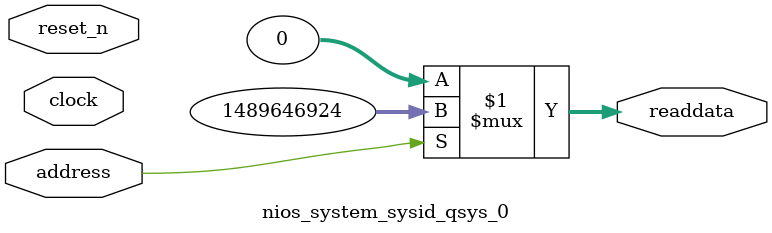
<source format=v>

`timescale 1ns / 1ps
// synthesis translate_on

// turn off superfluous verilog processor warnings 
// altera message_level Level1 
// altera message_off 10034 10035 10036 10037 10230 10240 10030 

module nios_system_sysid_qsys_0 (
               // inputs:
                address,
                clock,
                reset_n,

               // outputs:
                readdata
             )
;

  output  [ 31: 0] readdata;
  input            address;
  input            clock;
  input            reset_n;

  wire    [ 31: 0] readdata;
  //control_slave, which is an e_avalon_slave
  assign readdata = address ? 1489646924 : 0;

endmodule




</source>
